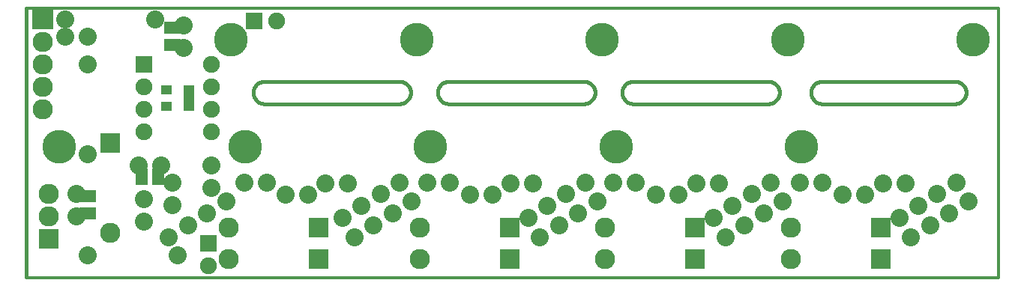
<source format=gbs>
G04 (created by PCBNEW-RS274X (20100406 SVN-R2508)-final) date 6/3/2010 9:59:45 PM*
G01*
G70*
G90*
%MOIN*%
G04 Gerber Fmt 3.4, Leading zero omitted, Abs format*
%FSLAX34Y34*%
G04 APERTURE LIST*
%ADD10C,0.006000*%
%ADD11C,0.012000*%
%ADD12C,0.015000*%
%ADD13C,0.090000*%
%ADD14R,0.090000X0.090000*%
%ADD15C,0.080000*%
%ADD16C,0.150000*%
%ADD17R,0.095000X0.090000*%
%ADD18R,0.050000X0.040000*%
%ADD19R,0.075000X0.055000*%
%ADD20R,0.055000X0.075000*%
%ADD21R,0.075000X0.075000*%
%ADD22C,0.075000*%
G04 APERTURE END LIST*
G54D10*
G54D11*
X64250Y-43250D02*
X21000Y-43250D01*
X64250Y-55250D02*
X64250Y-43250D01*
X21000Y-55250D02*
X64250Y-55250D01*
G54D12*
X21000Y-55200D02*
X21000Y-55000D01*
X54000Y-47500D02*
X48000Y-47500D01*
X31600Y-46500D02*
X31557Y-46502D01*
X31514Y-46508D01*
X31471Y-46518D01*
X31429Y-46531D01*
X31389Y-46547D01*
X31351Y-46567D01*
X31314Y-46591D01*
X31279Y-46617D01*
X31247Y-46647D01*
X31217Y-46679D01*
X31191Y-46714D01*
X31167Y-46751D01*
X31147Y-46789D01*
X31131Y-46829D01*
X31118Y-46871D01*
X31108Y-46914D01*
X31102Y-46957D01*
X31100Y-47000D01*
X31100Y-47000D02*
X31102Y-47043D01*
X31108Y-47086D01*
X31118Y-47129D01*
X31131Y-47171D01*
X31147Y-47211D01*
X31167Y-47249D01*
X31191Y-47286D01*
X31217Y-47321D01*
X31247Y-47353D01*
X31279Y-47383D01*
X31314Y-47409D01*
X31351Y-47433D01*
X31389Y-47453D01*
X31429Y-47469D01*
X31471Y-47482D01*
X31514Y-47492D01*
X31557Y-47498D01*
X31600Y-47500D01*
X37600Y-47500D02*
X37643Y-47498D01*
X37686Y-47492D01*
X37729Y-47482D01*
X37771Y-47469D01*
X37811Y-47453D01*
X37850Y-47433D01*
X37886Y-47409D01*
X37921Y-47383D01*
X37953Y-47353D01*
X37983Y-47321D01*
X38009Y-47286D01*
X38033Y-47249D01*
X38053Y-47211D01*
X38069Y-47171D01*
X38082Y-47129D01*
X38092Y-47086D01*
X38098Y-47043D01*
X38100Y-47000D01*
X38100Y-47000D02*
X38098Y-46957D01*
X38092Y-46914D01*
X38082Y-46871D01*
X38069Y-46829D01*
X38053Y-46789D01*
X38033Y-46751D01*
X38009Y-46714D01*
X37983Y-46679D01*
X37953Y-46647D01*
X37921Y-46617D01*
X37886Y-46591D01*
X37850Y-46567D01*
X37811Y-46547D01*
X37771Y-46531D01*
X37729Y-46518D01*
X37686Y-46508D01*
X37643Y-46502D01*
X37600Y-46500D01*
X39800Y-46500D02*
X39757Y-46502D01*
X39714Y-46508D01*
X39671Y-46518D01*
X39629Y-46531D01*
X39589Y-46547D01*
X39551Y-46567D01*
X39514Y-46591D01*
X39479Y-46617D01*
X39447Y-46647D01*
X39417Y-46679D01*
X39391Y-46714D01*
X39367Y-46751D01*
X39347Y-46789D01*
X39331Y-46829D01*
X39318Y-46871D01*
X39308Y-46914D01*
X39302Y-46957D01*
X39300Y-47000D01*
X39300Y-47000D02*
X39302Y-47043D01*
X39308Y-47086D01*
X39318Y-47129D01*
X39331Y-47171D01*
X39347Y-47211D01*
X39367Y-47249D01*
X39391Y-47286D01*
X39417Y-47321D01*
X39447Y-47353D01*
X39479Y-47383D01*
X39514Y-47409D01*
X39551Y-47433D01*
X39589Y-47453D01*
X39629Y-47469D01*
X39671Y-47482D01*
X39714Y-47492D01*
X39757Y-47498D01*
X39800Y-47500D01*
X45800Y-47500D02*
X45843Y-47498D01*
X45886Y-47492D01*
X45929Y-47482D01*
X45971Y-47469D01*
X46011Y-47453D01*
X46050Y-47433D01*
X46086Y-47409D01*
X46121Y-47383D01*
X46153Y-47353D01*
X46183Y-47321D01*
X46209Y-47286D01*
X46233Y-47249D01*
X46253Y-47211D01*
X46269Y-47171D01*
X46282Y-47129D01*
X46292Y-47086D01*
X46298Y-47043D01*
X46300Y-47000D01*
X46300Y-47000D02*
X46298Y-46957D01*
X46292Y-46914D01*
X46282Y-46871D01*
X46269Y-46829D01*
X46253Y-46789D01*
X46233Y-46751D01*
X46209Y-46714D01*
X46183Y-46679D01*
X46153Y-46647D01*
X46121Y-46617D01*
X46086Y-46591D01*
X46050Y-46567D01*
X46011Y-46547D01*
X45971Y-46531D01*
X45929Y-46518D01*
X45886Y-46508D01*
X45843Y-46502D01*
X45800Y-46500D01*
X48000Y-46500D02*
X47957Y-46502D01*
X47914Y-46508D01*
X47871Y-46518D01*
X47829Y-46531D01*
X47789Y-46547D01*
X47751Y-46567D01*
X47714Y-46591D01*
X47679Y-46617D01*
X47647Y-46647D01*
X47617Y-46679D01*
X47591Y-46714D01*
X47567Y-46751D01*
X47547Y-46789D01*
X47531Y-46829D01*
X47518Y-46871D01*
X47508Y-46914D01*
X47502Y-46957D01*
X47500Y-47000D01*
X47500Y-47000D02*
X47502Y-47043D01*
X47508Y-47086D01*
X47518Y-47129D01*
X47531Y-47171D01*
X47547Y-47211D01*
X47567Y-47249D01*
X47591Y-47286D01*
X47617Y-47321D01*
X47647Y-47353D01*
X47679Y-47383D01*
X47714Y-47409D01*
X47751Y-47433D01*
X47789Y-47453D01*
X47829Y-47469D01*
X47871Y-47482D01*
X47914Y-47492D01*
X47957Y-47498D01*
X48000Y-47500D01*
X54000Y-47500D02*
X54043Y-47498D01*
X54086Y-47492D01*
X54129Y-47482D01*
X54171Y-47469D01*
X54211Y-47453D01*
X54250Y-47433D01*
X54286Y-47409D01*
X54321Y-47383D01*
X54353Y-47353D01*
X54383Y-47321D01*
X54409Y-47286D01*
X54433Y-47249D01*
X54453Y-47211D01*
X54469Y-47171D01*
X54482Y-47129D01*
X54492Y-47086D01*
X54498Y-47043D01*
X54500Y-47000D01*
X54500Y-47000D02*
X54498Y-46957D01*
X54492Y-46914D01*
X54482Y-46871D01*
X54469Y-46829D01*
X54453Y-46789D01*
X54433Y-46751D01*
X54409Y-46714D01*
X54383Y-46679D01*
X54353Y-46647D01*
X54321Y-46617D01*
X54286Y-46591D01*
X54250Y-46567D01*
X54211Y-46547D01*
X54171Y-46531D01*
X54129Y-46518D01*
X54086Y-46508D01*
X54043Y-46502D01*
X54000Y-46500D01*
X55900Y-47000D02*
X55902Y-47043D01*
X55908Y-47086D01*
X55918Y-47129D01*
X55931Y-47171D01*
X55947Y-47211D01*
X55967Y-47249D01*
X55991Y-47286D01*
X56017Y-47321D01*
X56047Y-47353D01*
X56079Y-47383D01*
X56114Y-47409D01*
X56151Y-47433D01*
X56189Y-47453D01*
X56229Y-47469D01*
X56271Y-47482D01*
X56314Y-47492D01*
X56357Y-47498D01*
X56400Y-47500D01*
X56400Y-46500D02*
X56357Y-46502D01*
X56314Y-46508D01*
X56271Y-46518D01*
X56229Y-46531D01*
X56189Y-46547D01*
X56151Y-46567D01*
X56114Y-46591D01*
X56079Y-46617D01*
X56047Y-46647D01*
X56017Y-46679D01*
X55991Y-46714D01*
X55967Y-46751D01*
X55947Y-46789D01*
X55931Y-46829D01*
X55918Y-46871D01*
X55908Y-46914D01*
X55902Y-46957D01*
X55900Y-47000D01*
X62300Y-47500D02*
X62343Y-47498D01*
X62386Y-47492D01*
X62429Y-47482D01*
X62471Y-47469D01*
X62511Y-47453D01*
X62550Y-47433D01*
X62586Y-47409D01*
X62621Y-47383D01*
X62653Y-47353D01*
X62683Y-47321D01*
X62709Y-47286D01*
X62733Y-47249D01*
X62753Y-47211D01*
X62769Y-47171D01*
X62782Y-47129D01*
X62792Y-47086D01*
X62798Y-47043D01*
X62800Y-47000D01*
X62800Y-47000D02*
X62798Y-46957D01*
X62792Y-46914D01*
X62782Y-46871D01*
X62769Y-46829D01*
X62753Y-46789D01*
X62733Y-46751D01*
X62709Y-46714D01*
X62683Y-46679D01*
X62653Y-46647D01*
X62621Y-46617D01*
X62586Y-46591D01*
X62550Y-46567D01*
X62511Y-46547D01*
X62471Y-46531D01*
X62429Y-46518D01*
X62386Y-46508D01*
X62343Y-46502D01*
X62300Y-46500D01*
X31600Y-47500D02*
X37600Y-47500D01*
X37600Y-46500D02*
X31600Y-46500D01*
X39800Y-47500D02*
X45800Y-47500D01*
X45800Y-46500D02*
X39800Y-46500D01*
X54000Y-46500D02*
X48000Y-46500D01*
X56400Y-46500D02*
X62300Y-46500D01*
X62300Y-47500D02*
X56400Y-47500D01*
X21000Y-43250D02*
X21000Y-55000D01*
G54D13*
X24750Y-53250D03*
G54D14*
X24750Y-49250D03*
G54D13*
X55000Y-53000D03*
G54D14*
X59000Y-53000D03*
G54D13*
X55000Y-54400D03*
G54D14*
X59000Y-54400D03*
G54D13*
X46750Y-53000D03*
G54D14*
X50750Y-53000D03*
G54D13*
X46750Y-54400D03*
G54D14*
X50750Y-54400D03*
G54D13*
X38500Y-53000D03*
G54D14*
X42500Y-53000D03*
G54D13*
X38500Y-54400D03*
G54D14*
X42500Y-54400D03*
G54D13*
X30000Y-53000D03*
G54D14*
X34000Y-53000D03*
G54D13*
X30000Y-54400D03*
G54D14*
X34000Y-54400D03*
G54D15*
X23750Y-54250D03*
X27750Y-54250D03*
X23750Y-45750D03*
X23750Y-49750D03*
X22750Y-43750D03*
X26750Y-43750D03*
X37300Y-52375D03*
X36452Y-52905D03*
X35604Y-53435D03*
X38148Y-51845D03*
G54D16*
X38361Y-44637D03*
X30729Y-49407D03*
G54D15*
X45550Y-52375D03*
X44702Y-52905D03*
X43854Y-53435D03*
X46398Y-51845D03*
G54D16*
X46611Y-44637D03*
X38979Y-49407D03*
G54D15*
X53800Y-52375D03*
X52952Y-52905D03*
X52104Y-53435D03*
X54648Y-51845D03*
G54D16*
X54861Y-44637D03*
X47229Y-49407D03*
G54D15*
X62050Y-52375D03*
X61202Y-52905D03*
X60354Y-53435D03*
X62898Y-51845D03*
G54D16*
X63111Y-44637D03*
X55479Y-49407D03*
G54D15*
X29050Y-52375D03*
X28202Y-52905D03*
X27354Y-53435D03*
X29898Y-51845D03*
G54D16*
X30111Y-44637D03*
X22479Y-49407D03*
G54D15*
X61520Y-51527D03*
X60672Y-52057D03*
X59824Y-52587D03*
X62368Y-50997D03*
G54D16*
X63111Y-44637D03*
X55479Y-49407D03*
G54D15*
X53270Y-51527D03*
X52422Y-52057D03*
X51574Y-52587D03*
X54118Y-50997D03*
G54D16*
X54861Y-44637D03*
X47229Y-49407D03*
G54D15*
X45020Y-51527D03*
X44172Y-52057D03*
X43324Y-52587D03*
X45868Y-50997D03*
G54D16*
X46611Y-44637D03*
X38979Y-49407D03*
G54D15*
X36770Y-51527D03*
X35922Y-52057D03*
X35074Y-52587D03*
X37618Y-50997D03*
G54D16*
X38361Y-44637D03*
X30729Y-49407D03*
G54D15*
X29250Y-51250D03*
X29250Y-50250D03*
X51800Y-51050D03*
X50800Y-51050D03*
X32550Y-51550D03*
X33550Y-51550D03*
X39850Y-51000D03*
X38850Y-51000D03*
X31700Y-51000D03*
X30700Y-51000D03*
X40750Y-51550D03*
X41750Y-51550D03*
X43550Y-51050D03*
X42550Y-51050D03*
X35300Y-51050D03*
X34300Y-51050D03*
G54D17*
X21750Y-43750D03*
G54D13*
X21750Y-44750D03*
X21750Y-45740D03*
X21750Y-46760D03*
X21750Y-47750D03*
G54D18*
X28250Y-46875D03*
X28250Y-47625D03*
X27250Y-46875D03*
X28250Y-47250D03*
X27250Y-47625D03*
G54D15*
X48100Y-51000D03*
X47100Y-51000D03*
X26250Y-51750D03*
X26250Y-52750D03*
G54D19*
X23750Y-52375D03*
X23750Y-51625D03*
G54D15*
X23250Y-52500D03*
X23250Y-51500D03*
X23750Y-44500D03*
X22750Y-44500D03*
G54D20*
X26125Y-50750D03*
X26875Y-50750D03*
G54D15*
X26000Y-50250D03*
X27000Y-50250D03*
X26000Y-50250D03*
X27000Y-50250D03*
G54D19*
X27500Y-44125D03*
X27500Y-44875D03*
G54D15*
X28000Y-44000D03*
X28000Y-45000D03*
X28000Y-44000D03*
X28000Y-45000D03*
X56400Y-51000D03*
X55400Y-51000D03*
X57300Y-51550D03*
X58300Y-51550D03*
X27500Y-51000D03*
X27500Y-52000D03*
X49000Y-51550D03*
X50000Y-51550D03*
X60100Y-51050D03*
X59100Y-51050D03*
G54D21*
X26250Y-45750D03*
G54D22*
X26250Y-46750D03*
X26250Y-47750D03*
X26250Y-48750D03*
X29250Y-48750D03*
X29250Y-47750D03*
X29250Y-46750D03*
X29250Y-45750D03*
G54D13*
X22000Y-51500D03*
X22000Y-52500D03*
G54D14*
X22000Y-53500D03*
G54D21*
X31150Y-43800D03*
G54D22*
X32150Y-43800D03*
G54D21*
X29100Y-53700D03*
G54D22*
X29100Y-54700D03*
M02*

</source>
